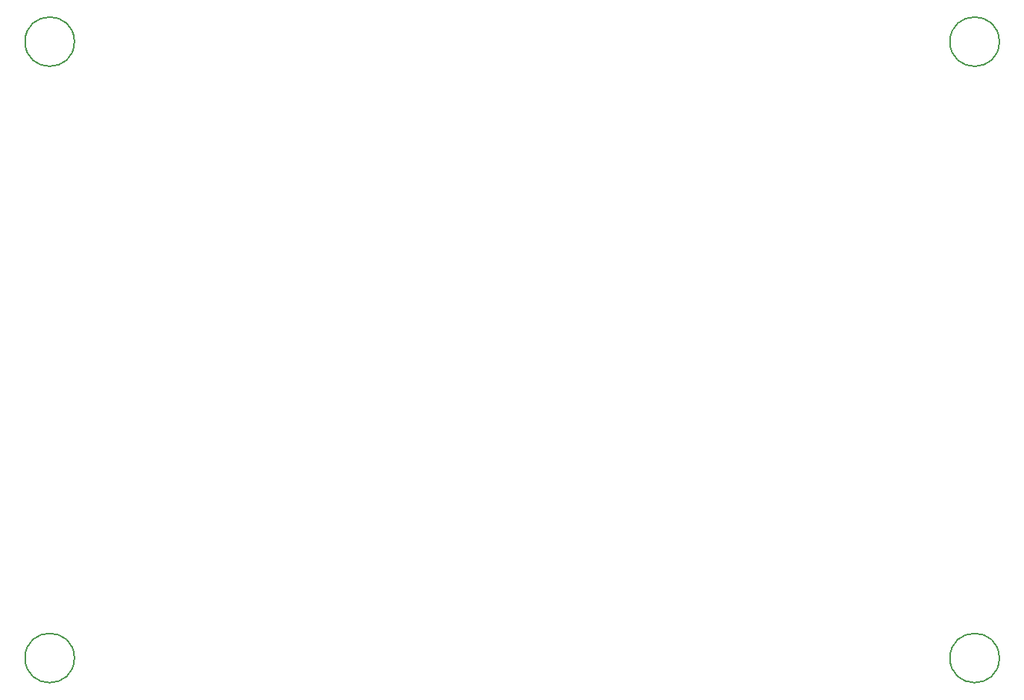
<source format=gbr>
%TF.GenerationSoftware,KiCad,Pcbnew,8.0.4*%
%TF.CreationDate,2025-02-03T15:53:43-05:00*%
%TF.ProjectId,AerospaceBigButton,4165726f-7370-4616-9365-426967427574,rev?*%
%TF.SameCoordinates,Original*%
%TF.FileFunction,Other,Comment*%
%FSLAX46Y46*%
G04 Gerber Fmt 4.6, Leading zero omitted, Abs format (unit mm)*
G04 Created by KiCad (PCBNEW 8.0.4) date 2025-02-03 15:53:43*
%MOMM*%
%LPD*%
G01*
G04 APERTURE LIST*
%ADD10C,0.150000*%
G04 APERTURE END LIST*
D10*
%TO.C,H4*%
X57800000Y-90000000D02*
G75*
G02*
X52200000Y-90000000I-2800000J0D01*
G01*
X52200000Y-90000000D02*
G75*
G02*
X57800000Y-90000000I2800000J0D01*
G01*
%TO.C,H1*%
X57800000Y-20000000D02*
G75*
G02*
X52200000Y-20000000I-2800000J0D01*
G01*
X52200000Y-20000000D02*
G75*
G02*
X57800000Y-20000000I2800000J0D01*
G01*
%TO.C,H3*%
X162800000Y-90000000D02*
G75*
G02*
X157200000Y-90000000I-2800000J0D01*
G01*
X157200000Y-90000000D02*
G75*
G02*
X162800000Y-90000000I2800000J0D01*
G01*
%TO.C,H2*%
X162800000Y-20000000D02*
G75*
G02*
X157200000Y-20000000I-2800000J0D01*
G01*
X157200000Y-20000000D02*
G75*
G02*
X162800000Y-20000000I2800000J0D01*
G01*
%TD*%
M02*

</source>
